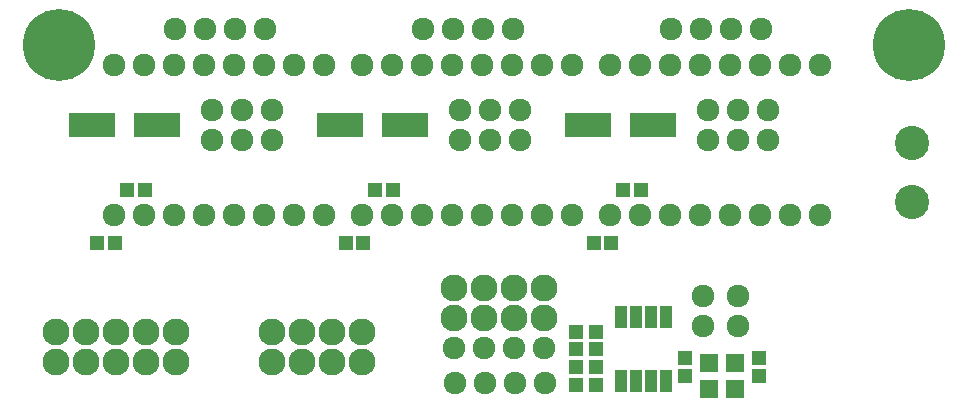
<source format=gbr>
G04 #@! TF.FileFunction,Soldermask,Top*
%FSLAX46Y46*%
G04 Gerber Fmt 4.6, Leading zero omitted, Abs format (unit mm)*
G04 Created by KiCad (PCBNEW 4.0.2-stable) date 10/3/2017 10:25:22 PM*
%MOMM*%
G01*
G04 APERTURE LIST*
%ADD10C,0.100000*%
%ADD11O,2.279600X2.279600*%
%ADD12O,1.924000X1.924000*%
%ADD13R,3.999180X2.000200*%
%ADD14R,1.600000X1.600000*%
%ADD15C,2.900000*%
%ADD16R,1.300000X1.200000*%
%ADD17R,1.200000X1.300000*%
%ADD18C,6.100000*%
%ADD19R,1.000000X1.950000*%
G04 APERTURE END LIST*
D10*
D11*
X159639000Y-123317000D03*
X159639000Y-125857000D03*
X157099000Y-123317000D03*
X157099000Y-125857000D03*
X154559000Y-123317000D03*
X154559000Y-125857000D03*
X152019000Y-123317000D03*
X152019000Y-125857000D03*
D12*
X143690000Y-100650000D03*
X141150000Y-100650000D03*
X138610000Y-100650000D03*
X146230000Y-100650000D03*
X148770000Y-100650000D03*
X151310000Y-100650000D03*
X156390000Y-100650000D03*
X153850000Y-100650000D03*
X153850000Y-113350000D03*
X156390000Y-113350000D03*
X151310000Y-113350000D03*
X148770000Y-113350000D03*
X138610000Y-113350000D03*
X141150000Y-113350000D03*
X143690000Y-113350000D03*
X146230000Y-113350000D03*
X164690000Y-100650000D03*
X162150000Y-100650000D03*
X159610000Y-100650000D03*
X167230000Y-100650000D03*
X169770000Y-100650000D03*
X172310000Y-100650000D03*
X177390000Y-100650000D03*
X174850000Y-100650000D03*
X174850000Y-113350000D03*
X177390000Y-113350000D03*
X172310000Y-113350000D03*
X169770000Y-113350000D03*
X159610000Y-113350000D03*
X162150000Y-113350000D03*
X164690000Y-113350000D03*
X167230000Y-113350000D03*
D11*
X143891000Y-123317000D03*
X143891000Y-125857000D03*
X141351000Y-123317000D03*
X141351000Y-125857000D03*
X138811000Y-123317000D03*
X138811000Y-125857000D03*
X136271000Y-123317000D03*
X136271000Y-125857000D03*
X133731000Y-123317000D03*
X133731000Y-125857000D03*
D13*
X136749180Y-105750000D03*
X142250820Y-105750000D03*
X157749180Y-105750000D03*
X163250820Y-105750000D03*
X178749180Y-105750000D03*
X184250820Y-105750000D03*
D14*
X189000000Y-128100000D03*
X189000000Y-125900000D03*
X191250000Y-128100000D03*
X191250000Y-125900000D03*
D12*
X188500000Y-120250000D03*
X188500000Y-122790000D03*
X191500000Y-120250000D03*
X191500000Y-122790000D03*
X167513000Y-127635000D03*
X170053000Y-127635000D03*
X172593000Y-127635000D03*
X175133000Y-127635000D03*
X146960000Y-107020000D03*
X146960000Y-104480000D03*
X149500000Y-107020000D03*
X149500000Y-104480000D03*
X152040000Y-107020000D03*
X152040000Y-104480000D03*
X167960000Y-107020000D03*
X167960000Y-104480000D03*
X170500000Y-107020000D03*
X170500000Y-104480000D03*
X173040000Y-107020000D03*
X173040000Y-104480000D03*
X188960000Y-107020000D03*
X188960000Y-104480000D03*
X191500000Y-107020000D03*
X191500000Y-104480000D03*
X194040000Y-107020000D03*
X194040000Y-104480000D03*
X143800000Y-97600000D03*
X146340000Y-97600000D03*
X148880000Y-97600000D03*
X151420000Y-97600000D03*
X164800000Y-97600000D03*
X167340000Y-97600000D03*
X169880000Y-97600000D03*
X172420000Y-97600000D03*
X185800000Y-97600000D03*
X188340000Y-97600000D03*
X190880000Y-97600000D03*
X193420000Y-97600000D03*
D15*
X206250000Y-112250000D03*
X206250000Y-107250000D03*
D16*
X179500000Y-126250000D03*
X179500000Y-127750000D03*
X177750000Y-126250000D03*
X177750000Y-127750000D03*
X179500000Y-123250000D03*
X179500000Y-124750000D03*
X177750000Y-123250000D03*
X177750000Y-124750000D03*
X187000000Y-125500000D03*
X187000000Y-127000000D03*
X193250000Y-125500000D03*
X193250000Y-127000000D03*
D17*
X139750000Y-111250000D03*
X141250000Y-111250000D03*
X160750000Y-111250000D03*
X162250000Y-111250000D03*
X181750000Y-111250000D03*
X183250000Y-111250000D03*
X137250000Y-115750000D03*
X138750000Y-115750000D03*
X159750000Y-115750000D03*
X158250000Y-115750000D03*
X180750000Y-115750000D03*
X179250000Y-115750000D03*
D18*
X206000000Y-99000000D03*
X134000000Y-99000000D03*
D12*
X185690000Y-100650000D03*
X183150000Y-100650000D03*
X180610000Y-100650000D03*
X188230000Y-100650000D03*
X190770000Y-100650000D03*
X193310000Y-100650000D03*
X198390000Y-100650000D03*
X195850000Y-100650000D03*
X195850000Y-113350000D03*
X198390000Y-113350000D03*
X193310000Y-113350000D03*
X190770000Y-113350000D03*
X180610000Y-113350000D03*
X183150000Y-113350000D03*
X185690000Y-113350000D03*
X188230000Y-113350000D03*
D19*
X181595000Y-127450000D03*
X182865000Y-127450000D03*
X184135000Y-127450000D03*
X185405000Y-127450000D03*
X185405000Y-122050000D03*
X184135000Y-122050000D03*
X182865000Y-122050000D03*
X181595000Y-122050000D03*
D11*
X167465000Y-122126000D03*
X167465000Y-119586000D03*
X170005000Y-122126000D03*
X170005000Y-119586000D03*
X172545000Y-122126000D03*
X172545000Y-119586000D03*
X175085000Y-122126000D03*
X175085000Y-119586000D03*
D12*
X167465000Y-124666000D03*
X170005000Y-124666000D03*
X172545000Y-124666000D03*
X175085000Y-124666000D03*
M02*

</source>
